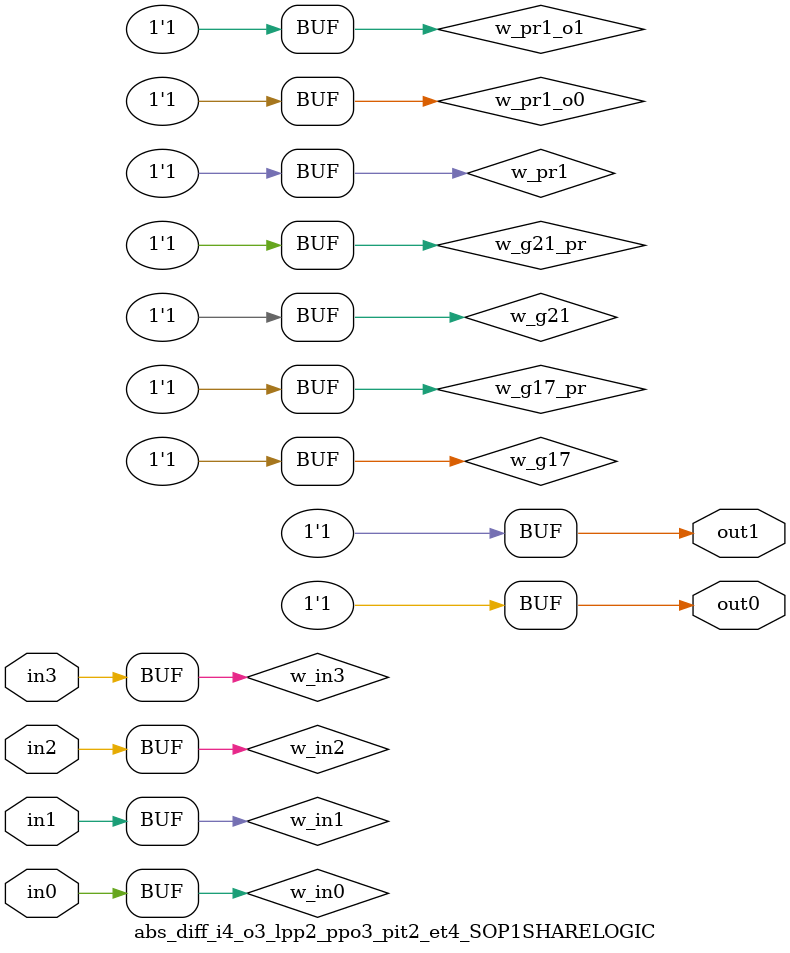
<source format=v>
module abs_diff_i4_o3_lpp2_ppo3_pit2_et4_SOP1SHARELOGIC (in0, in1, in2, in3, out0, out1);
// declaring inputs
input in0,  in1,  in2,  in3;
// declaring outputs
output out0,  out1;
// JSON model input
wire w_in3, w_in2, w_in1, w_in0;
// JSON model output
wire w_g17, w_g21;
//json model
wire w_g17_pr, w_g21_pr, w_pr0_o0, w_pr1_o0, w_pr0_o1, w_pr1_o1, w_pr0, w_pr1;
// JSON model input assign
assign w_in3 = in3;
assign w_in2 = in2;
assign w_in1 = in1;
assign w_in0 = in0;

//json model assigns (approximated Shared/XPAT part)
//assign literals to products
assign w_pr0 = w_in2 & w_in3;
assign w_pr1 = 1;
//if a product has literals and if the product is being "activated" for that output
assign w_pr0_o0 = w_pr0 & 1;
assign w_pr1_o0 = w_pr1 & 1;
assign w_pr0_o1 = w_pr0 & 0;
assign w_pr1_o1 = w_pr1 & 1;
//compose an output with corresponding products (OR)
assign w_g17 = w_pr0_o0 | w_pr1_o0;
assign w_g21 = w_pr0_o1 | w_pr1_o1;
//if an output has products and if it is part of the JSON model
assign w_g17_pr = w_g17 & 1;
assign w_g21_pr = w_g21 & 1;
// output assigns
assign out0 = w_g17_pr;
assign out1 = w_g21_pr;
endmodule
</source>
